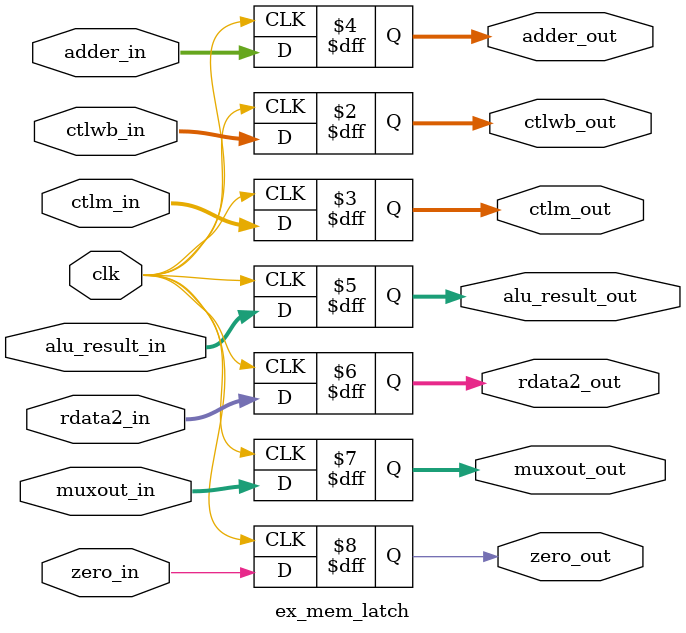
<source format=v>
`timescale 1ns / 1ps

module ex_mem_latch(
    input clk,
    input [1:0] ctlwb_in, 
    input [2:0] ctlm_in,
    input [31:0] adder_in, 
    input [31:0] alu_result_in, 
    input [31:0] rdata2_in,
    input [4:0] muxout_in,
    input       zero_in,

    output reg [1:0] ctlwb_out, 
    output reg [2:0] ctlm_out,
    output reg [31:0] adder_out, 
    output reg [31:0] alu_result_out, 
    output reg [31:0] rdata2_out,
    output reg [4:0] muxout_out,
    output reg       zero_out
);

    always @(posedge clk) begin
        ctlwb_out      <= ctlwb_in;
        ctlm_out       <= ctlm_in;
        adder_out      <= adder_in;
        alu_result_out <= alu_result_in;
        rdata2_out     <= rdata2_in;
        muxout_out     <= muxout_in;
        zero_out       <= zero_in;  // Forward the ALU zero flag to the next stage
    end
    
endmodule

</source>
